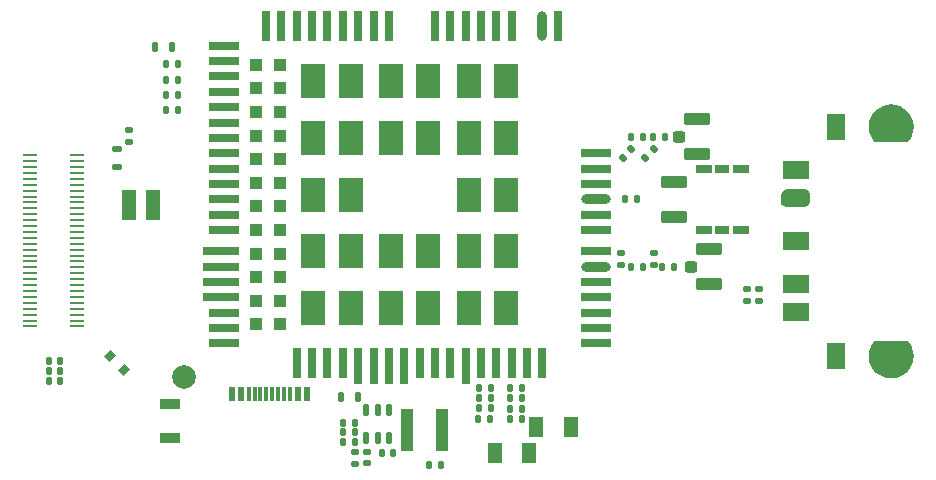
<source format=gbp>
G04*
G04 #@! TF.GenerationSoftware,Altium Limited,Altium Designer,22.2.1 (43)*
G04*
G04 Layer_Color=128*
%FSLAX44Y44*%
%MOMM*%
G71*
G04*
G04 #@! TF.SameCoordinates,D676EA34-7746-482F-A41B-9349FDE20BFB*
G04*
G04*
G04 #@! TF.FilePolarity,Positive*
G04*
G01*
G75*
G04:AMPARAMS|DCode=23|XSize=0.8mm|YSize=0.5mm|CornerRadius=0.07mm|HoleSize=0mm|Usage=FLASHONLY|Rotation=180.000|XOffset=0mm|YOffset=0mm|HoleType=Round|Shape=RoundedRectangle|*
%AMROUNDEDRECTD23*
21,1,0.8000,0.3600,0,0,180.0*
21,1,0.6600,0.5000,0,0,180.0*
1,1,0.1400,-0.3300,0.1800*
1,1,0.1400,0.3300,0.1800*
1,1,0.1400,0.3300,-0.1800*
1,1,0.1400,-0.3300,-0.1800*
%
%ADD23ROUNDEDRECTD23*%
G04:AMPARAMS|DCode=26|XSize=1mm|YSize=0.5mm|CornerRadius=0.0625mm|HoleSize=0mm|Usage=FLASHONLY|Rotation=270.000|XOffset=0mm|YOffset=0mm|HoleType=Round|Shape=RoundedRectangle|*
%AMROUNDEDRECTD26*
21,1,1.0000,0.3750,0,0,270.0*
21,1,0.8750,0.5000,0,0,270.0*
1,1,0.1250,-0.1875,-0.4375*
1,1,0.1250,-0.1875,0.4375*
1,1,0.1250,0.1875,0.4375*
1,1,0.1250,0.1875,-0.4375*
%
%ADD26ROUNDEDRECTD26*%
%ADD27R,1.0000X3.6000*%
G04:AMPARAMS|DCode=28|XSize=0.6mm|YSize=0.5mm|CornerRadius=0.1mm|HoleSize=0mm|Usage=FLASHONLY|Rotation=90.000|XOffset=0mm|YOffset=0mm|HoleType=Round|Shape=RoundedRectangle|*
%AMROUNDEDRECTD28*
21,1,0.6000,0.3000,0,0,90.0*
21,1,0.4000,0.5000,0,0,90.0*
1,1,0.2000,0.1500,0.2000*
1,1,0.2000,0.1500,-0.2000*
1,1,0.2000,-0.1500,-0.2000*
1,1,0.2000,-0.1500,0.2000*
%
%ADD28ROUNDEDRECTD28*%
G04:AMPARAMS|DCode=30|XSize=0.6mm|YSize=0.5mm|CornerRadius=0.1mm|HoleSize=0mm|Usage=FLASHONLY|Rotation=0.000|XOffset=0mm|YOffset=0mm|HoleType=Round|Shape=RoundedRectangle|*
%AMROUNDEDRECTD30*
21,1,0.6000,0.3000,0,0,0.0*
21,1,0.4000,0.5000,0,0,0.0*
1,1,0.2000,0.2000,-0.1500*
1,1,0.2000,-0.2000,-0.1500*
1,1,0.2000,-0.2000,0.1500*
1,1,0.2000,0.2000,0.1500*
%
%ADD30ROUNDEDRECTD30*%
G04:AMPARAMS|DCode=32|XSize=0.8mm|YSize=0.5mm|CornerRadius=0.07mm|HoleSize=0mm|Usage=FLASHONLY|Rotation=270.000|XOffset=0mm|YOffset=0mm|HoleType=Round|Shape=RoundedRectangle|*
%AMROUNDEDRECTD32*
21,1,0.8000,0.3600,0,0,270.0*
21,1,0.6600,0.5000,0,0,270.0*
1,1,0.1400,-0.1800,-0.3300*
1,1,0.1400,-0.1800,0.3300*
1,1,0.1400,0.1800,0.3300*
1,1,0.1400,0.1800,-0.3300*
%
%ADD32ROUNDEDRECTD32*%
G04:AMPARAMS|DCode=83|XSize=1.05mm|YSize=2.25mm|CornerRadius=0.2625mm|HoleSize=0mm|Usage=FLASHONLY|Rotation=90.000|XOffset=0mm|YOffset=0mm|HoleType=Round|Shape=RoundedRectangle|*
%AMROUNDEDRECTD83*
21,1,1.0500,1.7250,0,0,90.0*
21,1,0.5250,2.2500,0,0,90.0*
1,1,0.5250,0.8625,0.2625*
1,1,0.5250,0.8625,-0.2625*
1,1,0.5250,-0.8625,-0.2625*
1,1,0.5250,-0.8625,0.2625*
%
%ADD83ROUNDEDRECTD83*%
G04:AMPARAMS|DCode=84|XSize=1mm|YSize=1.05mm|CornerRadius=0.25mm|HoleSize=0mm|Usage=FLASHONLY|Rotation=90.000|XOffset=0mm|YOffset=0mm|HoleType=Round|Shape=RoundedRectangle|*
%AMROUNDEDRECTD84*
21,1,1.0000,0.5500,0,0,90.0*
21,1,0.5000,1.0500,0,0,90.0*
1,1,0.5000,0.2750,0.2500*
1,1,0.5000,0.2750,-0.2500*
1,1,0.5000,-0.2750,-0.2500*
1,1,0.5000,-0.2750,0.2500*
%
%ADD84ROUNDEDRECTD84*%
%ADD85R,2.3000X1.5000*%
G04:AMPARAMS|DCode=86|XSize=1.5mm|YSize=2.3mm|CornerRadius=0.375mm|HoleSize=0mm|Usage=FLASHONLY|Rotation=90.000|XOffset=0mm|YOffset=0mm|HoleType=Round|Shape=RoundedRectangle|*
%AMROUNDEDRECTD86*
21,1,1.5000,1.5500,0,0,90.0*
21,1,0.7500,2.3000,0,0,90.0*
1,1,0.7500,0.7750,0.3750*
1,1,0.7500,0.7750,-0.3750*
1,1,0.7500,-0.7750,-0.3750*
1,1,0.7500,-0.7750,0.3750*
%
%ADD86ROUNDEDRECTD86*%
%ADD87R,1.5000X2.3000*%
G04:AMPARAMS|DCode=88|XSize=0.8mm|YSize=0.6mm|CornerRadius=0mm|HoleSize=0mm|Usage=FLASHONLY|Rotation=45.000|XOffset=0mm|YOffset=0mm|HoleType=Round|Shape=Rectangle|*
%AMROTATEDRECTD88*
4,1,4,-0.0707,-0.4950,-0.4950,-0.0707,0.0707,0.4950,0.4950,0.0707,-0.0707,-0.4950,0.0*
%
%ADD88ROTATEDRECTD88*%

%ADD89C,2.0000*%
%ADD90R,1.4000X0.8000*%
%ADD91R,1.2500X0.8000*%
G04:AMPARAMS|DCode=92|XSize=0.6mm|YSize=0.5mm|CornerRadius=0.1mm|HoleSize=0mm|Usage=FLASHONLY|Rotation=315.000|XOffset=0mm|YOffset=0mm|HoleType=Round|Shape=RoundedRectangle|*
%AMROUNDEDRECTD92*
21,1,0.6000,0.3000,0,0,315.0*
21,1,0.4000,0.5000,0,0,315.0*
1,1,0.2000,0.0354,-0.2475*
1,1,0.2000,-0.2475,0.0354*
1,1,0.2000,-0.0354,0.2475*
1,1,0.2000,0.2475,-0.0354*
%
%ADD92ROUNDEDRECTD92*%
%ADD93R,0.6000X1.1999*%
%ADD94R,0.3000X1.1999*%
%ADD96R,1.1000X1.1000*%
%ADD97R,2.0000X3.0000*%
%ADD98R,0.8000X2.5000*%
%ADD99R,0.8000X3.0480*%
%ADD100R,2.5000X0.8000*%
G04:AMPARAMS|DCode=101|XSize=2.5mm|YSize=0.8mm|CornerRadius=0.4mm|HoleSize=0mm|Usage=FLASHONLY|Rotation=0.000|XOffset=0mm|YOffset=0mm|HoleType=Round|Shape=RoundedRectangle|*
%AMROUNDEDRECTD101*
21,1,2.5000,0.0000,0,0,0.0*
21,1,1.7000,0.8000,0,0,0.0*
1,1,0.8000,0.8500,0.0000*
1,1,0.8000,-0.8500,0.0000*
1,1,0.8000,-0.8500,0.0000*
1,1,0.8000,0.8500,0.0000*
%
%ADD101ROUNDEDRECTD101*%
G04:AMPARAMS|DCode=102|XSize=2.5mm|YSize=0.8mm|CornerRadius=0.4mm|HoleSize=0mm|Usage=FLASHONLY|Rotation=270.000|XOffset=0mm|YOffset=0mm|HoleType=Round|Shape=RoundedRectangle|*
%AMROUNDEDRECTD102*
21,1,2.5000,0.0000,0,0,270.0*
21,1,1.7000,0.8000,0,0,270.0*
1,1,0.8000,0.0000,-0.8500*
1,1,0.8000,0.0000,0.8500*
1,1,0.8000,0.0000,0.8500*
1,1,0.8000,0.0000,-0.8500*
%
%ADD102ROUNDEDRECTD102*%
%ADD103R,3.0480X0.8000*%
%ADD104R,1.3000X0.2500*%
%ADD105R,1.2499X2.5400*%
%ADD106R,1.7000X0.9000*%
G04:AMPARAMS|DCode=133|XSize=1.72mm|YSize=1.25mm|CornerRadius=0.22mm|HoleSize=0mm|Usage=FLASHONLY|Rotation=270.000|XOffset=0mm|YOffset=0mm|HoleType=Round|Shape=RoundedRectangle|*
%AMROUNDEDRECTD133*
21,1,1.7200,0.8100,0,0,270.0*
21,1,1.2800,1.2500,0,0,270.0*
1,1,0.4400,-0.4050,-0.6400*
1,1,0.4400,-0.4050,0.6400*
1,1,0.4400,0.4050,0.6400*
1,1,0.4400,0.4050,-0.6400*
%
%ADD133ROUNDEDRECTD133*%
G36*
X685135Y43373D02*
X685754Y42705D01*
X686859Y41256D01*
X687820Y39709D01*
X688629Y38076D01*
X689277Y36374D01*
X689761Y34617D01*
X690073Y32823D01*
X690213Y31006D01*
X690178Y29185D01*
X689969Y27375D01*
X689588Y25594D01*
X689039Y23857D01*
X688325Y22180D01*
X687455Y20580D01*
X686435Y19070D01*
X685276Y17665D01*
X684632Y17021D01*
X684632Y17021D01*
X683972Y16361D01*
X682529Y15176D01*
X680977Y14139D01*
X679331Y13259D01*
X677606Y12545D01*
X675820Y12003D01*
X673989Y11639D01*
X672132Y11456D01*
X670265Y11456D01*
X668407Y11639D01*
X666576Y12004D01*
X664790Y12546D01*
X663066Y13260D01*
X661420Y14140D01*
X659868Y15178D01*
X658425Y16362D01*
X657765Y17023D01*
Y17023D01*
X657121Y17667D01*
X655962Y19072D01*
X654943Y20582D01*
X654073Y22182D01*
X653360Y23858D01*
X652810Y25595D01*
X652429Y27377D01*
X652221Y29186D01*
X652186Y31008D01*
X652326Y32824D01*
X652639Y34618D01*
X653122Y36375D01*
X653771Y38077D01*
X654580Y39709D01*
X655541Y41257D01*
X656646Y42705D01*
X657265Y43373D01*
X685135Y43373D01*
X685135Y43373D01*
D02*
G37*
G36*
X581818Y171027D02*
X581916Y170919D01*
X581925Y170772D01*
X581883Y170713D01*
X581351Y169899D01*
X580501Y168152D01*
X579953Y166288D01*
X579722Y164359D01*
X579815Y162419D01*
X580229Y160521D01*
X580953Y158718D01*
X581967Y157060D01*
X582573Y156301D01*
X581809Y156413D01*
X580366Y156964D01*
X579077Y157815D01*
X578003Y158925D01*
X577599Y159583D01*
X577599Y166593D01*
D01*
Y166593D01*
Y166593D01*
X577913Y167285D01*
X578748Y168554D01*
X579769Y169679D01*
X580952Y170633D01*
X581610Y171013D01*
Y171013D01*
X581673Y171049D01*
X581818Y171027D01*
D02*
G37*
G36*
X673989Y243275D02*
X675820Y242911D01*
X677607Y242369D01*
X679332Y241655D01*
X680979Y240775D01*
X682532Y239737D01*
X683975Y238553D01*
X684635Y237893D01*
X685282Y237246D01*
X686445Y235835D01*
X687467Y234318D01*
X688339Y232710D01*
X689052Y231026D01*
X689600Y229281D01*
X689978Y227492D01*
X690183Y225675D01*
X690212Y223846D01*
X690066Y222023D01*
X689745Y220222D01*
X689252Y218461D01*
X688593Y216755D01*
X687773Y215121D01*
X686799Y213572D01*
X685682Y212124D01*
X685056Y211457D01*
X657344Y211457D01*
X657344Y211457D01*
X656718Y212124D01*
X655601Y213571D01*
X654627Y215119D01*
X653807Y216754D01*
X653148Y218459D01*
X652655Y220220D01*
X652334Y222020D01*
X652187Y223843D01*
X652215Y225671D01*
X652420Y227488D01*
X652798Y229277D01*
X653345Y231022D01*
X654058Y232706D01*
X654930Y234313D01*
X655951Y235830D01*
X657114Y237241D01*
X657760Y237888D01*
X658420Y238548D01*
X659863Y239733D01*
X661415Y240771D01*
X663062Y241652D01*
X664787Y242367D01*
X666574Y242909D01*
X668405Y243274D01*
X670263Y243457D01*
X672130Y243458D01*
X673989Y243275D01*
D02*
G37*
D23*
X15481Y205439D02*
D03*
Y190439D02*
D03*
D26*
X227000Y-15342D02*
D03*
X236500D02*
D03*
X246000D02*
D03*
X227000Y-39342D02*
D03*
X236500D02*
D03*
X246000D02*
D03*
D27*
X261300Y-32342D02*
D03*
X291300D02*
D03*
D28*
X450969Y106091D02*
D03*
X460969D02*
D03*
X332032Y-5298D02*
D03*
X322032D02*
D03*
X477416Y105977D02*
D03*
X487416D02*
D03*
X332032Y3320D02*
D03*
X322032D02*
D03*
X456131Y163055D02*
D03*
X446131D02*
D03*
X-42189Y9429D02*
D03*
X-32189D02*
D03*
X-32189Y17757D02*
D03*
X-42189D02*
D03*
X-32071Y26172D02*
D03*
X-42071D02*
D03*
X461110Y215758D02*
D03*
X451110D02*
D03*
X480010Y215848D02*
D03*
X470010D02*
D03*
X321645Y-22533D02*
D03*
X331645D02*
D03*
X358598Y-23012D02*
D03*
X348598D02*
D03*
X358598Y3320D02*
D03*
X348598D02*
D03*
X358598Y-14235D02*
D03*
X348598D02*
D03*
X358598Y-5457D02*
D03*
X348598D02*
D03*
X322032Y-13915D02*
D03*
X332032D02*
D03*
X217287Y-25957D02*
D03*
X207287D02*
D03*
Y-34285D02*
D03*
X217287D02*
D03*
X249744Y-51519D02*
D03*
X239744D02*
D03*
X217287Y-42822D02*
D03*
X207287D02*
D03*
X290300Y-61568D02*
D03*
X280300D02*
D03*
X57121Y238810D02*
D03*
X67121D02*
D03*
X57121Y251383D02*
D03*
X67121D02*
D03*
X57121Y264337D02*
D03*
X67121D02*
D03*
X57121Y277545D02*
D03*
X67121D02*
D03*
D30*
X559661Y76756D02*
D03*
Y86756D02*
D03*
X549557Y76756D02*
D03*
Y86756D02*
D03*
X442246Y107518D02*
D03*
Y117518D02*
D03*
X470080Y107518D02*
D03*
Y117518D02*
D03*
X217287Y-50658D02*
D03*
Y-60658D02*
D03*
X227317Y-60484D02*
D03*
Y-50484D02*
D03*
X25950Y211328D02*
D03*
Y221328D02*
D03*
D32*
X220116Y-3955D02*
D03*
X205116D02*
D03*
X62763Y291769D02*
D03*
X47763D02*
D03*
D83*
X506770Y201198D02*
D03*
Y230698D02*
D03*
X517066Y120868D02*
D03*
Y91368D02*
D03*
X487003Y148396D02*
D03*
Y177896D02*
D03*
D84*
X491520Y215947D02*
D03*
X501815Y106117D02*
D03*
D85*
X590735Y68050D02*
D03*
Y91750D02*
D03*
Y127750D02*
D03*
Y187450D02*
D03*
D86*
Y163750D02*
D03*
D87*
X624265Y30470D02*
D03*
Y224530D02*
D03*
D88*
X21997Y18345D02*
D03*
X9976Y30366D02*
D03*
D89*
X72755Y12738D02*
D03*
D90*
X543843Y137234D02*
D03*
X512743D02*
D03*
X543843Y189055D02*
D03*
X512743D02*
D03*
D91*
X528293Y137234D02*
D03*
Y189055D02*
D03*
D92*
X463182Y198352D02*
D03*
X470253Y205423D02*
D03*
X450985Y205263D02*
D03*
X443914Y198192D02*
D03*
D93*
X112740Y-1406D02*
D03*
X120739D02*
D03*
X168740D02*
D03*
X176738D02*
D03*
D94*
X127239D02*
D03*
X132240D02*
D03*
X137239D02*
D03*
X142240D02*
D03*
X147239D02*
D03*
X152240D02*
D03*
X157239D02*
D03*
X162240D02*
D03*
D96*
X133505Y277055D02*
D03*
Y257055D02*
D03*
Y237055D02*
D03*
Y217055D02*
D03*
Y197055D02*
D03*
Y177055D02*
D03*
Y157055D02*
D03*
Y137055D02*
D03*
Y117055D02*
D03*
Y97055D02*
D03*
Y77055D02*
D03*
Y57055D02*
D03*
X153505Y277055D02*
D03*
Y257055D02*
D03*
Y237055D02*
D03*
Y217055D02*
D03*
Y197055D02*
D03*
Y177055D02*
D03*
Y157055D02*
D03*
Y137055D02*
D03*
Y117055D02*
D03*
Y77055D02*
D03*
Y57055D02*
D03*
Y97055D02*
D03*
D97*
X181505Y263055D02*
D03*
Y215055D02*
D03*
Y167055D02*
D03*
Y119055D02*
D03*
Y71055D02*
D03*
X213505Y263055D02*
D03*
Y215055D02*
D03*
Y167055D02*
D03*
Y119055D02*
D03*
Y71055D02*
D03*
X247505Y263055D02*
D03*
Y215055D02*
D03*
Y119055D02*
D03*
Y71055D02*
D03*
X279505Y263055D02*
D03*
Y215055D02*
D03*
Y119055D02*
D03*
Y71055D02*
D03*
X313505Y263055D02*
D03*
Y215055D02*
D03*
Y167055D02*
D03*
Y119055D02*
D03*
Y71055D02*
D03*
X345505Y263055D02*
D03*
Y215055D02*
D03*
Y167055D02*
D03*
Y119055D02*
D03*
Y71055D02*
D03*
D98*
X168005Y24555D02*
D03*
X181005D02*
D03*
X194005D02*
D03*
X207005D02*
D03*
X272005D02*
D03*
X285005D02*
D03*
X298005D02*
D03*
X324005D02*
D03*
X337005D02*
D03*
X350005D02*
D03*
X363005D02*
D03*
X376005D02*
D03*
X389005Y309555D02*
D03*
X350005D02*
D03*
X337005D02*
D03*
X324005D02*
D03*
X311005D02*
D03*
X298005D02*
D03*
X285005D02*
D03*
X246005D02*
D03*
X233005D02*
D03*
X220005D02*
D03*
X207005D02*
D03*
X194005D02*
D03*
X181005D02*
D03*
X168005D02*
D03*
X155005D02*
D03*
X142005D02*
D03*
D99*
X220005Y21767D02*
D03*
X233005D02*
D03*
X246005D02*
D03*
X259005D02*
D03*
X311005D02*
D03*
D100*
X421005Y41055D02*
D03*
Y54055D02*
D03*
Y67055D02*
D03*
Y80055D02*
D03*
Y93055D02*
D03*
Y119055D02*
D03*
Y137055D02*
D03*
Y150055D02*
D03*
Y176055D02*
D03*
Y189055D02*
D03*
Y202055D02*
D03*
X106005Y293055D02*
D03*
Y280055D02*
D03*
Y267055D02*
D03*
Y254055D02*
D03*
Y241055D02*
D03*
Y228055D02*
D03*
Y215055D02*
D03*
Y202055D02*
D03*
Y189055D02*
D03*
Y176055D02*
D03*
Y163055D02*
D03*
Y150055D02*
D03*
Y137055D02*
D03*
Y67055D02*
D03*
Y54055D02*
D03*
Y41055D02*
D03*
D101*
X421005Y106055D02*
D03*
Y163055D02*
D03*
D102*
X376005Y309555D02*
D03*
D103*
X103465Y119055D02*
D03*
Y106055D02*
D03*
Y93055D02*
D03*
Y80055D02*
D03*
D104*
X-57905Y125397D02*
D03*
Y115397D02*
D03*
Y105397D02*
D03*
Y95397D02*
D03*
Y85397D02*
D03*
X-17905Y55397D02*
D03*
X-57905Y135397D02*
D03*
Y145397D02*
D03*
Y140397D02*
D03*
Y130397D02*
D03*
Y120397D02*
D03*
Y110397D02*
D03*
Y100397D02*
D03*
Y90397D02*
D03*
Y80397D02*
D03*
X-17905Y145397D02*
D03*
Y135397D02*
D03*
Y125397D02*
D03*
Y115397D02*
D03*
Y140397D02*
D03*
Y130397D02*
D03*
Y120397D02*
D03*
Y110397D02*
D03*
Y105397D02*
D03*
Y100397D02*
D03*
Y95397D02*
D03*
Y90397D02*
D03*
Y85397D02*
D03*
Y80397D02*
D03*
Y75397D02*
D03*
Y70397D02*
D03*
Y65397D02*
D03*
Y60397D02*
D03*
X-57905Y55397D02*
D03*
Y60397D02*
D03*
Y65397D02*
D03*
Y70397D02*
D03*
Y75397D02*
D03*
Y150397D02*
D03*
X-17905Y150397D02*
D03*
X-57905Y175397D02*
D03*
Y165397D02*
D03*
Y155397D02*
D03*
Y195397D02*
D03*
Y200397D02*
D03*
Y190397D02*
D03*
Y180397D02*
D03*
Y170397D02*
D03*
Y160397D02*
D03*
X-17905Y195397D02*
D03*
Y185397D02*
D03*
Y175397D02*
D03*
Y165397D02*
D03*
Y200397D02*
D03*
Y190397D02*
D03*
Y180397D02*
D03*
Y170397D02*
D03*
Y160397D02*
D03*
Y155397D02*
D03*
X-57905Y185397D02*
D03*
D105*
X26061Y158469D02*
D03*
X46061D02*
D03*
D106*
X60604Y-39271D02*
D03*
Y-10271D02*
D03*
D133*
X399825Y-29609D02*
D03*
X370825D02*
D03*
X335500Y-51525D02*
D03*
X364500D02*
D03*
M02*

</source>
